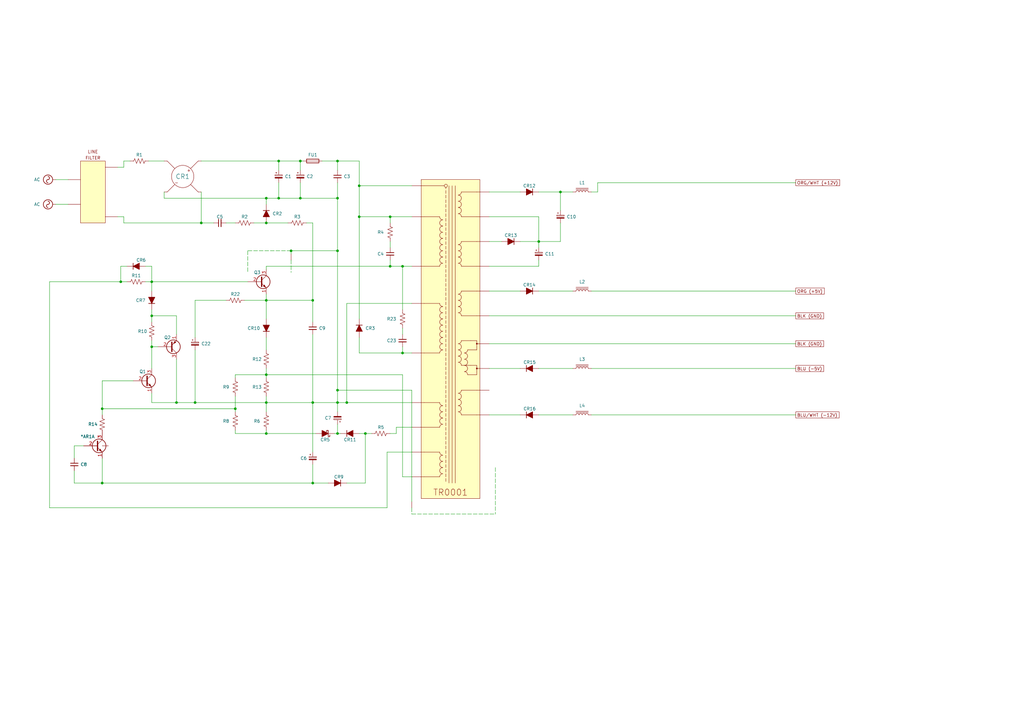
<source format=kicad_sch>
(kicad_sch (version 20211123) (generator eeschema)
  (paper "A3")
  (title_block (title "Apple II - Power Supply") (date "2022-07-11") (rev "ALL") (company "Apple Computers, Inc.") (comment 1 "Original schematic by Apple Computers") (comment 2 "https://github.com/omega9380/Retro-Schematics") (comment 3 "Replication by Omega9380 - July 2022") (comment 4 "Source: The Apple II Circuit Description by W. Gayler"))
  (lib_symbols
    (symbol "Apple II:AR1_Amplifier"
      (property "Reference" "AR" (at -3.81 3.81 0))
      (symbol "AR1_Amplifier_0_1"
        (polyline (pts (xy 2.54 0) (xy 0 0)))
      )
      (symbol "AR1_Amplifier_1_1"
        (circle (center -1.27 0) (radius 2.8194) (stroke (width 0.254)))
        (polyline (pts (xy -1.905 0.635) (xy 0 2.54)))
        (polyline (pts (xy -1.905 -0.635) (xy 0 -2.54) (xy 0 -2.54)))
        (polyline (pts (xy -1.905 1.905) (xy -1.905 -1.905) (xy -1.905 -1.905)) (stroke (width 0.508)))
        (polyline (pts (xy -1.27 -1.778) (xy -0.762 -1.27) (xy -0.254 -2.286) (xy -1.27 -1.778) (xy -1.27 -1.778)) (fill (type outline)))
        (pin passive line (at 0 -5.08 90) (length 2.54) (name "") (number "1"))
        (pin passive line (at -7.62 0 0) (length 5.715) (name "") (number "2"))
        (pin passive line (at 0 5.08 270) (length 2.54) (name "") (number "3"))
      )
      (symbol "AR1_Amplifier_2_1"
        (polyline (pts (xy 0 1.27) (xy 0 -1.27)) (stroke (width 0.254)))
        (polyline (pts (xy 2.54 1.27) (xy 2.54 -1.27) (xy 0 0) (xy 2.54 1.27)) (stroke (width 0.254)) (fill (type outline)))
        (pin passive line (at -2.54 0 0) (length 2.54) (name "") (number "1"))
        (pin passive line (at 5.08 0 180) (length 2.54) (name "") (number "2"))
      )
    )
    (symbol "Apple II:CR1_BRIDGE_RECTIFIER"
      (property "Reference" "CR" (at 0 0 0))
      (symbol "CR1_BRIDGE_RECTIFIER_0_0"
        (polyline (pts (xy -3.81 -3.81) (xy -6.35 -6.35)))
        (polyline (pts (xy -3.81 -3.81) (xy -3.302 -3.302)))
        (polyline (pts (xy -3.81 3.81) (xy -6.35 6.35)))
        (polyline (pts (xy -3.81 3.81) (xy -3.302 3.302)))
        (polyline (pts (xy 3.81 -3.81) (xy 3.302 -3.302)))
        (polyline (pts (xy 3.81 -3.81) (xy 6.35 -6.35)))
        (polyline (pts (xy 3.81 3.81) (xy 3.302 3.302)))
        (polyline (pts (xy 3.81 3.81) (xy 6.35 6.35)))
        (circle (center 0 0) (radius 4.5791))
        (text "+" (at 2.54 2.54 0) (effects (font (size 1.27 1.27))))
        (text "-" (at -2.54 -2.54 0) (effects (font (size 1.27 1.27))))
        (text "~" (at -2.54 2.54 0) (effects (font (size 1.27 1.27))))
        (text "~" (at 2.54 -2.54 0) (effects (font (size 1.27 1.27))))
      )
      (symbol "CR1_BRIDGE_RECTIFIER_1_1"
        (pin passive line (at -7.62 -6.35 0) (length 1.27) (name "") (number ""))
        (pin passive line (at -7.62 6.35 0) (length 1.27) (name "") (number ""))
        (pin passive line (at 7.62 -6.35 180) (length 1.27) (name "") (number ""))
        (pin passive line (at 7.62 6.35 180) (length 1.27) (name "") (number ""))
      )
    )
    (symbol "Apple II:LINE_FILTER"
      (symbol "LINE_FILTER_0_0"
        (rectangle (start 0 0) (end 10.16 -25.4) (fill (type background)))
        (text "FILTER" (at 5.08 1.27 0) (effects (font (size 1.27 1.27))))
        (text "LINE" (at 5.08 3.81 0) (effects (font (size 1.27 1.27))))
      )
      (symbol "LINE_FILTER_1_1"
        (pin passive line (at -5.08 -17.78 0) (length 5.08) (name "") (number ""))
        (pin passive line (at -5.08 -7.62 0) (length 5.08) (name "") (number ""))
        (pin passive line (at 15.24 -22.86 180) (length 5.08) (name "") (number ""))
        (pin passive line (at 15.24 -2.54 180) (length 5.08) (name "") (number ""))
      )
    )
    (symbol "Apple II:TR0001_TRANSFORMER"
      (symbol "TR0001_TRANSFORMER_0_0"
        (text "TR0001" (at 12.065 -128.27 0) (effects (font (size 2.54 2.54))))
      )
      (symbol "TR0001_TRANSFORMER_0_1"
        (polyline (pts (xy 7.62 -121.92) (xy 1.27 -121.92)))
        (polyline (pts (xy 7.62 -111.76) (xy 1.27 -111.76)))
        (polyline (pts (xy 7.62 -101.6) (xy 1.27 -101.6)))
        (polyline (pts (xy 7.62 -91.44) (xy 1.27 -91.44)))
        (polyline (pts (xy 7.62 -71.12) (xy 1.27 -71.12)))
        (polyline (pts (xy 7.62 -50.8) (xy 1.27 -50.8)))
        (polyline (pts (xy 7.62 -35.56) (xy 1.27 -35.56)))
        (polyline (pts (xy 7.62 -15.24) (xy 1.27 -15.24)))
        (polyline (pts (xy 9.525 -2.54) (xy 1.27 -2.54)))
        (polyline (pts (xy 10.16 -122.555) (xy 10.16 -123.825)))
        (polyline (pts (xy 10.16 -120.65) (xy 10.16 -121.92)))
        (polyline (pts (xy 10.16 -118.745) (xy 10.16 -120.015)))
        (polyline (pts (xy 10.16 -116.84) (xy 10.16 -118.11)))
        (polyline (pts (xy 10.16 -114.935) (xy 10.16 -116.205)))
        (polyline (pts (xy 10.16 -113.03) (xy 10.16 -114.3)))
        (polyline (pts (xy 10.16 -111.125) (xy 10.16 -112.395)))
        (polyline (pts (xy 10.16 -109.22) (xy 10.16 -110.49)))
        (polyline (pts (xy 10.16 -107.315) (xy 10.16 -108.585)))
        (polyline (pts (xy 10.16 -105.41) (xy 10.16 -106.68)))
        (polyline (pts (xy 10.16 -103.505) (xy 10.16 -104.775)))
        (polyline (pts (xy 10.16 -101.6) (xy 10.16 -102.87)))
        (polyline (pts (xy 10.16 -99.695) (xy 10.16 -100.965)))
        (polyline (pts (xy 10.16 -97.79) (xy 10.16 -99.06)))
        (polyline (pts (xy 10.16 -95.885) (xy 10.16 -97.155)))
        (polyline (pts (xy 10.16 -93.98) (xy 10.16 -95.25)))
        (polyline (pts (xy 10.16 -92.075) (xy 10.16 -93.345)))
        (polyline (pts (xy 10.16 -90.17) (xy 10.16 -91.44)))
        (polyline (pts (xy 10.16 -88.265) (xy 10.16 -89.535)))
        (polyline (pts (xy 10.16 -86.36) (xy 10.16 -87.63)))
        (polyline (pts (xy 10.16 -84.455) (xy 10.16 -85.725)))
        (polyline (pts (xy 10.16 -82.55) (xy 10.16 -83.82)))
        (polyline (pts (xy 10.16 -80.645) (xy 10.16 -81.915)))
        (polyline (pts (xy 10.16 -78.74) (xy 10.16 -80.01)))
        (polyline (pts (xy 10.16 -76.835) (xy 10.16 -78.105)))
        (polyline (pts (xy 10.16 -74.93) (xy 10.16 -76.2)))
        (polyline (pts (xy 10.16 -73.025) (xy 10.16 -74.295)))
        (polyline (pts (xy 10.16 -71.12) (xy 10.16 -72.39)))
        (polyline (pts (xy 10.16 -69.215) (xy 10.16 -70.485)))
        (polyline (pts (xy 10.16 -67.31) (xy 10.16 -68.58)))
        (polyline (pts (xy 10.16 -65.405) (xy 10.16 -66.675)))
        (polyline (pts (xy 10.16 -63.5) (xy 10.16 -64.77)))
        (polyline (pts (xy 10.16 -61.595) (xy 10.16 -62.865)))
        (polyline (pts (xy 10.16 -59.69) (xy 10.16 -60.96)))
        (polyline (pts (xy 10.16 -57.785) (xy 10.16 -59.055)))
        (polyline (pts (xy 10.16 -55.88) (xy 10.16 -57.15)))
        (polyline (pts (xy 10.16 -53.975) (xy 10.16 -55.245)))
        (polyline (pts (xy 10.16 -52.07) (xy 10.16 -53.34)))
        (polyline (pts (xy 10.16 -50.165) (xy 10.16 -51.435)))
        (polyline (pts (xy 10.16 -48.26) (xy 10.16 -49.53)))
        (polyline (pts (xy 10.16 -46.355) (xy 10.16 -47.625)))
        (polyline (pts (xy 10.16 -44.45) (xy 10.16 -45.72)))
        (polyline (pts (xy 10.16 -42.545) (xy 10.16 -43.815)))
        (polyline (pts (xy 10.16 -40.64) (xy 10.16 -41.91)))
        (polyline (pts (xy 10.16 -38.735) (xy 10.16 -40.005)))
        (polyline (pts (xy 10.16 -36.83) (xy 10.16 -38.1)))
        (polyline (pts (xy 10.16 -34.925) (xy 10.16 -36.195)))
        (polyline (pts (xy 10.16 -33.02) (xy 10.16 -34.29)))
        (polyline (pts (xy 10.16 -31.115) (xy 10.16 -32.385)))
        (polyline (pts (xy 10.16 -29.21) (xy 10.16 -30.48)))
        (polyline (pts (xy 10.16 -27.305) (xy 10.16 -28.575)))
        (polyline (pts (xy 10.16 -25.4) (xy 10.16 -26.67)))
        (polyline (pts (xy 10.16 -23.495) (xy 10.16 -24.765)))
        (polyline (pts (xy 10.16 -21.59) (xy 10.16 -22.86)))
        (polyline (pts (xy 10.16 -19.685) (xy 10.16 -20.955)))
        (polyline (pts (xy 10.16 -17.78) (xy 10.16 -19.05)))
        (polyline (pts (xy 10.16 -15.875) (xy 10.16 -17.145)))
        (polyline (pts (xy 10.16 -13.97) (xy 10.16 -15.24)))
        (polyline (pts (xy 10.16 -12.065) (xy 10.16 -13.335)))
        (polyline (pts (xy 10.16 -10.16) (xy 10.16 -11.43)))
        (polyline (pts (xy 10.16 -8.255) (xy 10.16 -9.525)))
        (polyline (pts (xy 10.16 -6.35) (xy 10.16 -7.62)))
        (polyline (pts (xy 10.16 -4.445) (xy 10.16 -5.715)))
        (polyline (pts (xy 10.16 -3.175) (xy 10.16 -3.81)))
        (polyline (pts (xy 11.43 -2.54) (xy 11.43 -124.46)))
        (polyline (pts (xy 12.7 -2.54) (xy 12.7 -124.46)))
        (polyline (pts (xy 13.97 -2.54) (xy 13.97 -124.46)))
        (polyline (pts (xy 16.51 -96.52) (xy 22.86 -96.52)))
        (polyline (pts (xy 16.51 -86.36) (xy 22.86 -86.36)))
        (polyline (pts (xy 16.51 -76.2) (xy 20.32 -76.2)))
        (polyline (pts (xy 16.51 -66.04) (xy 20.32 -66.04)))
        (polyline (pts (xy 16.51 -55.88) (xy 22.86 -55.88)))
        (polyline (pts (xy 16.51 -45.72) (xy 22.86 -45.72)))
        (polyline (pts (xy 16.51 -35.56) (xy 22.86 -35.56)))
        (polyline (pts (xy 16.51 -25.4) (xy 22.86 -25.4)))
        (polyline (pts (xy 16.51 -15.24) (xy 22.86 -15.24)))
        (polyline (pts (xy 16.51 -5.08) (xy 22.86 -5.08)))
        (polyline (pts (xy 19.05 -80.01) (xy 22.86 -80.01)))
        (polyline (pts (xy 19.05 -69.85) (xy 22.86 -69.85)))
        (polyline (pts (xy 20.32 -76.2) (xy 22.86 -76.2) (xy 22.86 -80.01)))
        (polyline (pts (xy 20.32 -66.04) (xy 22.86 -66.04) (xy 22.86 -69.85)))
        (rectangle (start 0 0) (end 24.13 -130.81) (fill (type background)))
        (arc (start 7.62 -119.38) (mid 6.722 -121.548) (end 8.89 -120.65))
        (arc (start 7.62 -116.84) (mid 6.722 -119.008) (end 8.89 -118.11))
        (arc (start 7.62 -114.3) (mid 6.722 -116.468) (end 8.89 -115.57))
        (arc (start 7.62 -111.76) (mid 6.722 -113.928) (end 8.89 -113.03))
        (arc (start 7.62 -99.06) (mid 6.722 -101.228) (end 8.89 -100.33))
        (arc (start 7.62 -96.52) (mid 6.722 -98.688) (end 8.89 -97.79))
        (arc (start 7.62 -93.98) (mid 6.722 -96.148) (end 8.89 -95.25))
        (arc (start 7.62 -91.44) (mid 6.722 -93.608) (end 8.89 -92.71))
        (arc (start 7.62 -68.58) (mid 6.722 -70.748) (end 8.89 -69.85))
        (arc (start 7.62 -66.04) (mid 6.722 -68.208) (end 8.89 -67.31))
        (arc (start 7.62 -63.5) (mid 6.722 -65.668) (end 8.89 -64.77))
        (arc (start 7.62 -60.96) (mid 6.722 -63.128) (end 8.89 -62.23))
        (arc (start 7.62 -58.42) (mid 6.722 -60.588) (end 8.89 -59.69))
        (arc (start 7.62 -55.88) (mid 6.722 -58.048) (end 8.89 -57.15))
        (arc (start 7.62 -53.34) (mid 6.722 -55.508) (end 8.89 -54.61))
        (arc (start 7.62 -50.8) (mid 6.722 -52.968) (end 8.89 -52.07))
        (arc (start 7.62 -33.02) (mid 6.722 -35.188) (end 8.89 -34.29))
        (arc (start 7.62 -30.48) (mid 6.722 -32.648) (end 8.89 -31.75))
        (arc (start 7.62 -27.94) (mid 6.722 -30.108) (end 8.89 -29.21))
        (arc (start 7.62 -25.4) (mid 6.722 -27.568) (end 8.89 -26.67))
        (arc (start 7.62 -22.86) (mid 6.722 -25.028) (end 8.89 -24.13))
        (arc (start 7.62 -20.32) (mid 6.722 -22.488) (end 8.89 -21.59))
        (arc (start 7.62 -17.78) (mid 6.722 -19.948) (end 8.89 -19.05))
        (arc (start 7.62 -15.24) (mid 6.722 -17.408) (end 8.89 -16.51))
        (arc (start 8.89 -120.65) (mid 6.722 -119.752) (end 7.62 -121.92))
        (arc (start 8.89 -118.11) (mid 6.722 -117.212) (end 7.62 -119.38))
        (arc (start 8.89 -115.57) (mid 6.722 -114.672) (end 7.62 -116.84))
        (arc (start 8.89 -113.03) (mid 6.722 -112.132) (end 7.62 -114.3))
        (arc (start 8.89 -100.33) (mid 6.722 -99.432) (end 7.62 -101.6))
        (arc (start 8.89 -97.79) (mid 6.722 -96.892) (end 7.62 -99.06))
        (arc (start 8.89 -95.25) (mid 6.722 -94.352) (end 7.62 -96.52))
        (arc (start 8.89 -92.71) (mid 6.722 -91.812) (end 7.62 -93.98))
        (arc (start 8.89 -69.85) (mid 6.722 -68.952) (end 7.62 -71.12))
        (arc (start 8.89 -67.31) (mid 6.722 -66.412) (end 7.62 -68.58))
        (arc (start 8.89 -64.77) (mid 6.722 -63.872) (end 7.62 -66.04))
        (arc (start 8.89 -62.23) (mid 6.722 -61.332) (end 7.62 -63.5))
        (arc (start 8.89 -59.69) (mid 6.722 -58.792) (end 7.62 -60.96))
        (arc (start 8.89 -57.15) (mid 6.722 -56.252) (end 7.62 -58.42))
        (arc (start 8.89 -54.61) (mid 6.722 -53.712) (end 7.62 -55.88))
        (arc (start 8.89 -52.07) (mid 6.722 -51.172) (end 7.62 -53.34))
        (arc (start 8.89 -34.29) (mid 6.722 -33.392) (end 7.62 -35.56))
        (arc (start 8.89 -31.75) (mid 6.722 -30.852) (end 7.62 -33.02))
        (arc (start 8.89 -29.21) (mid 6.722 -28.312) (end 7.62 -30.48))
        (arc (start 8.89 -26.67) (mid 6.722 -25.772) (end 7.62 -27.94))
        (arc (start 8.89 -24.13) (mid 6.722 -23.232) (end 7.62 -25.4))
        (arc (start 8.89 -21.59) (mid 6.722 -20.692) (end 7.62 -22.86))
        (arc (start 8.89 -19.05) (mid 6.722 -18.152) (end 7.62 -20.32))
        (arc (start 8.89 -16.51) (mid 6.722 -15.612) (end 7.62 -17.78))
        (circle (center 10.16 -2.54) (radius 0.635))
        (arc (start 15.24 -95.25) (mid 17.408 -96.148) (end 16.51 -93.98))
        (arc (start 15.24 -92.71) (mid 17.408 -93.608) (end 16.51 -91.44))
        (arc (start 15.24 -90.17) (mid 17.408 -91.068) (end 16.51 -88.9))
        (arc (start 15.24 -87.63) (mid 17.408 -88.528) (end 16.51 -86.36))
        (arc (start 15.24 -74.93) (mid 17.408 -75.828) (end 16.51 -73.66))
        (arc (start 15.24 -72.39) (mid 17.408 -73.288) (end 16.51 -71.12))
        (arc (start 15.24 -69.85) (mid 17.408 -70.748) (end 16.51 -68.58))
        (arc (start 15.24 -67.31) (mid 17.408 -68.208) (end 16.51 -66.04))
        (arc (start 15.24 -54.61) (mid 17.408 -55.508) (end 16.51 -53.34))
        (arc (start 15.24 -52.07) (mid 17.408 -52.968) (end 16.51 -50.8))
        (arc (start 15.24 -49.53) (mid 17.408 -50.428) (end 16.51 -48.26))
        (arc (start 15.24 -46.99) (mid 17.408 -47.888) (end 16.51 -45.72))
        (arc (start 15.24 -34.29) (mid 17.408 -35.188) (end 16.51 -33.02))
        (arc (start 15.24 -31.75) (mid 17.408 -32.648) (end 16.51 -30.48))
        (arc (start 15.24 -29.21) (mid 17.408 -30.108) (end 16.51 -27.94))
        (arc (start 15.24 -26.67) (mid 17.408 -27.568) (end 16.51 -25.4))
        (arc (start 15.24 -13.97) (mid 17.408 -14.868) (end 16.51 -12.7))
        (arc (start 15.24 -11.43) (mid 17.408 -12.328) (end 16.51 -10.16))
        (arc (start 15.24 -8.89) (mid 17.408 -9.788) (end 16.51 -7.62))
        (arc (start 15.24 -6.35) (mid 17.408 -7.248) (end 16.51 -5.08))
        (arc (start 16.51 -96.52) (mid 17.408 -94.352) (end 15.24 -95.25))
        (arc (start 16.51 -93.98) (mid 17.408 -91.812) (end 15.24 -92.71))
        (arc (start 16.51 -91.44) (mid 17.408 -89.272) (end 15.24 -90.17))
        (arc (start 16.51 -88.9) (mid 17.408 -86.732) (end 15.24 -87.63))
        (arc (start 16.51 -76.2) (mid 17.408 -74.032) (end 15.24 -74.93))
        (arc (start 16.51 -73.66) (mid 17.408 -71.492) (end 15.24 -72.39))
        (arc (start 16.51 -71.12) (mid 17.408 -68.952) (end 15.24 -69.85))
        (arc (start 16.51 -68.58) (mid 17.408 -66.412) (end 15.24 -67.31))
        (arc (start 16.51 -55.88) (mid 17.408 -53.712) (end 15.24 -54.61))
        (arc (start 16.51 -53.34) (mid 17.408 -51.172) (end 15.24 -52.07))
        (arc (start 16.51 -50.8) (mid 17.408 -48.632) (end 15.24 -49.53))
        (arc (start 16.51 -48.26) (mid 17.408 -46.092) (end 15.24 -46.99))
        (arc (start 16.51 -35.56) (mid 17.408 -33.392) (end 15.24 -34.29))
        (arc (start 16.51 -33.02) (mid 17.408 -30.852) (end 15.24 -31.75))
        (arc (start 16.51 -30.48) (mid 17.408 -28.312) (end 15.24 -29.21))
        (arc (start 16.51 -27.94) (mid 17.408 -25.772) (end 15.24 -26.67))
        (arc (start 16.51 -15.24) (mid 17.408 -13.072) (end 15.24 -13.97))
        (arc (start 16.51 -12.7) (mid 17.408 -10.532) (end 15.24 -11.43))
        (arc (start 16.51 -10.16) (mid 17.408 -7.992) (end 15.24 -8.89))
        (arc (start 16.51 -7.62) (mid 17.408 -5.452) (end 15.24 -6.35))
        (arc (start 17.78 -78.74) (mid 19.948 -79.638) (end 19.05 -77.47))
        (arc (start 17.78 -76.2) (mid 19.948 -77.098) (end 19.05 -74.93))
        (arc (start 17.78 -73.66) (mid 19.948 -74.558) (end 19.05 -72.39))
        (arc (start 17.78 -71.12) (mid 19.948 -72.018) (end 19.05 -69.85))
        (arc (start 19.05 -80.01) (mid 19.948 -77.842) (end 17.78 -78.74))
        (arc (start 19.05 -77.47) (mid 19.948 -75.302) (end 17.78 -76.2))
        (arc (start 19.05 -74.93) (mid 19.948 -72.762) (end 17.78 -73.66))
        (arc (start 19.05 -72.39) (mid 19.948 -70.222) (end 17.78 -71.12))
        (circle (center 22.86 -77.47) (radius 0.254) (fill (type outline)))
        (circle (center 22.86 -67.31) (radius 0.254) (fill (type outline)))
      )
      (symbol "TR0001_TRANSFORMER_1_1"
        (pin passive line (at -3.81 -121.92 0) (length 5.08) (name "") (number ""))
        (pin passive line (at -3.81 -111.76 0) (length 5.08) (name "") (number ""))
        (pin passive line (at -3.81 -101.6 0) (length 5.08) (name "") (number ""))
        (pin passive line (at -3.81 -91.44 0) (length 5.08) (name "") (number ""))
        (pin passive line (at -3.81 -71.12 0) (length 5.08) (name "") (number ""))
        (pin passive line (at -3.81 -50.8 0) (length 5.08) (name "") (number ""))
        (pin passive line (at -3.81 -35.56 0) (length 5.08) (name "") (number ""))
        (pin passive line (at -3.81 -15.24 0) (length 5.08) (name "") (number ""))
        (pin passive line (at -3.81 -2.54 0) (length 5.08) (name "") (number ""))
        (pin passive line (at 27.94 -96.52 180) (length 5.08) (name "") (number ""))
        (pin passive line (at 27.94 -86.36 180) (length 5.08) (name "") (number ""))
        (pin passive line (at 27.94 -77.47 180) (length 5.08) (name "") (number ""))
        (pin passive line (at 27.94 -67.31 180) (length 5.08) (name "") (number ""))
        (pin passive line (at 27.94 -55.88 180) (length 5.08) (name "") (number ""))
        (pin passive line (at 27.94 -45.72 180) (length 5.08) (name "") (number ""))
        (pin passive line (at 27.94 -35.56 180) (length 5.08) (name "") (number ""))
        (pin passive line (at 27.94 -25.4 180) (length 5.08) (name "") (number ""))
        (pin passive line (at 27.94 -15.24 180) (length 5.08) (name "") (number ""))
        (pin passive line (at 27.94 -5.08 180) (length 5.08) (name "") (number ""))
      )
    )
    (symbol "Apple II:Wierd_Transformer_Connection"
      (symbol "Wierd_Transformer_Connection_1_1"
        (pin passive line (at 0 2.54 270) (length 2.54) (name "") (number ""))
      )
    )
    (symbol "Device:C_Polarized_Small" (pin_numbers hide) (pin_names (offset 0.254) hide)
      (property "Reference" "C" (at 0.254 1.778 0))
      (property "Value" "C_Polarized_Small" (at 0.254 -2.032 0))
      (symbol "C_Polarized_Small_0_1"
        (rectangle (start -1.524 -0.3048) (end 1.524 -0.6858) (fill (type outline)))
        (rectangle (start -1.524 0.6858) (end 1.524 0.3048))
        (polyline (pts (xy -1.27 1.524) (xy -0.762 1.524)))
        (polyline (pts (xy -1.016 1.27) (xy -1.016 1.778)))
      )
      (symbol "C_Polarized_Small_1_1"
        (pin passive line (at 0 2.54 270) (length 1.8542) (name "~") (number "1"))
        (pin passive line (at 0 -2.54 90) (length 1.8542) (name "~") (number "2"))
      )
    )
    (symbol "Device:C_Small" (pin_numbers hide) (pin_names (offset 0.254) hide)
      (property "Reference" "C" (at 0.254 1.778 0))
      (property "Value" "C_Small" (at 0.254 -2.032 0))
      (symbol "C_Small_0_1"
        (polyline (pts (xy -1.524 -0.508) (xy 1.524 -0.508)) (stroke (width 0.3302)))
        (polyline (pts (xy -1.524 0.508) (xy 1.524 0.508)) (stroke (width 0.3048)))
      )
      (symbol "C_Small_1_1"
        (pin passive line (at 0 2.54 270) (length 2.032) (name "~") (number "1"))
        (pin passive line (at 0 -2.54 90) (length 2.032) (name "~") (number "2"))
      )
    )
    (symbol "Device:D_Filled" (pin_numbers hide) (pin_names (offset 1.016) hide)
      (property "Reference" "D" (at 0 2.54 0))
      (property "Value" "D_Filled" (at 0 -2.54 0))
      (symbol "D_Filled_0_1"
        (polyline (pts (xy -1.27 1.27) (xy -1.27 -1.27)) (stroke (width 0.254)))
        (polyline (pts (xy 1.27 0) (xy -1.27 0)))
        (polyline (pts (xy 1.27 1.27) (xy 1.27 -1.27) (xy -1.27 0) (xy 1.27 1.27)) (stroke (width 0.254)) (fill (type outline)))
      )
      (symbol "D_Filled_1_1"
        (pin passive line (at -3.81 0 0) (length 2.54) (name "K") (number "1"))
        (pin passive line (at 3.81 0 180) (length 2.54) (name "A") (number "2"))
      )
    )
    (symbol "Device:D_Schottky_Filled" (pin_numbers hide) (pin_names (offset 1.016) hide)
      (property "Reference" "D" (at 0 2.54 0))
      (property "Value" "D_Schottky_Filled" (at 0 -2.54 0))
      (symbol "D_Schottky_Filled_0_1"
        (polyline (pts (xy 1.27 0) (xy -1.27 0)))
        (polyline (pts (xy 1.27 1.27) (xy 1.27 -1.27) (xy -1.27 0) (xy 1.27 1.27)) (stroke (width 0.254)) (fill (type outline)))
        (polyline (pts (xy -1.905 0.635) (xy -1.905 1.27) (xy -1.27 1.27) (xy -1.27 -1.27) (xy -0.635 -1.27) (xy -0.635 -0.635)) (stroke (width 0.254)))
      )
      (symbol "D_Schottky_Filled_1_1"
        (pin passive line (at -3.81 0 0) (length 2.54) (name "K") (number "1"))
        (pin passive line (at 3.81 0 180) (length 2.54) (name "A") (number "2"))
      )
    )
    (symbol "Device:Fuse" (pin_numbers hide) (pin_names (offset 0))
      (property "Reference" "F" (at 2.032 0 90))
      (property "Value" "Fuse" (at -1.905 0 90))
      (symbol "Fuse_0_1"
        (rectangle (start -0.762 -2.54) (end 0.762 2.54) (stroke (width 0.254)))
        (polyline (pts (xy 0 2.54) (xy 0 -2.54)))
      )
      (symbol "Fuse_1_1"
        (pin passive line (at 0 3.81 270) (length 1.27) (name "~") (number "1"))
        (pin passive line (at 0 -3.81 90) (length 1.27) (name "~") (number "2"))
      )
    )
    (symbol "Device:L_Iron" (pin_numbers hide) (pin_names (offset 1.016) hide)
      (property "Reference" "L" (at -1.27 0 90))
      (property "Value" "L_Iron" (at 2.794 0 90))
      (symbol "L_Iron_0_1"
        (arc (start 0 -2.54) (mid 0.635 -1.905) (end 0 -1.27))
        (arc (start 0 -1.27) (mid 0.635 -0.635) (end 0 0))
        (polyline (pts (xy 1.016 2.54) (xy 1.016 -2.54)))
        (polyline (pts (xy 1.524 -2.54) (xy 1.524 2.54)))
        (arc (start 0 0) (mid 0.635 0.635) (end 0 1.27))
        (arc (start 0 1.27) (mid 0.635 1.905) (end 0 2.54))
      )
      (symbol "L_Iron_1_1"
        (pin passive line (at 0 3.81 270) (length 1.27) (name "1") (number "1"))
        (pin passive line (at 0 -3.81 90) (length 1.27) (name "2") (number "2"))
      )
    )
    (symbol "Device:R_US" (pin_numbers hide) (pin_names (offset 0))
      (property "Reference" "R" (at 2.54 0 90))
      (property "Value" "R_US" (at -2.54 0 90))
      (symbol "R_US_0_1"
        (polyline (pts (xy 0 -2.286) (xy 0 -2.54)))
        (polyline (pts (xy 0 2.286) (xy 0 2.54)))
        (polyline (pts (xy 0 -0.762) (xy 1.016 -1.143) (xy 0 -1.524) (xy -1.016 -1.905) (xy 0 -2.286)))
        (polyline (pts (xy 0 0.762) (xy 1.016 0.381) (xy 0 0) (xy -1.016 -0.381) (xy 0 -0.762)))
        (polyline (pts (xy 0 2.286) (xy 1.016 1.905) (xy 0 1.524) (xy -1.016 1.143) (xy 0 0.762)))
      )
      (symbol "R_US_1_1"
        (pin passive line (at 0 3.81 270) (length 1.27) (name "~") (number "1"))
        (pin passive line (at 0 -3.81 90) (length 1.27) (name "~") (number "2"))
      )
    )
    (symbol "Transistor_BJT:2N2219" (pin_names (offset 0) hide)
      (property "Reference" "Q" (at 5.08 1.905 0))
      (property "Value" "2N2219" (at 5.08 0 0))
      (symbol "2N2219_0_1"
        (polyline (pts (xy 0.635 0.635) (xy 2.54 2.54)))
        (polyline (pts (xy 0.635 -0.635) (xy 2.54 -2.54) (xy 2.54 -2.54)))
        (polyline (pts (xy 0.635 1.905) (xy 0.635 -1.905) (xy 0.635 -1.905)) (stroke (width 0.508)))
        (polyline (pts (xy 1.27 -1.778) (xy 1.778 -1.27) (xy 2.286 -2.286) (xy 1.27 -1.778) (xy 1.27 -1.778)) (fill (type outline)))
        (circle (center 1.27 0) (radius 2.8194) (stroke (width 0.254)))
      )
      (symbol "2N2219_1_1"
        (pin passive line (at 2.54 -5.08 90) (length 2.54) (name "E") (number "1"))
        (pin passive line (at -5.08 0 0) (length 5.715) (name "B") (number "2"))
        (pin passive line (at 2.54 5.08 270) (length 2.54) (name "C") (number "3"))
      )
    )
    (symbol "Transistor_BJT:2N3906" (pin_names (offset 0) hide)
      (property "Reference" "Q" (at 5.08 1.905 0))
      (property "Value" "2N3906" (at 5.08 0 0))
      (symbol "2N3906_0_1"
        (polyline (pts (xy 0.635 0.635) (xy 2.54 2.54)))
        (polyline (pts (xy 0.635 -0.635) (xy 2.54 -2.54) (xy 2.54 -2.54)))
        (polyline (pts (xy 0.635 1.905) (xy 0.635 -1.905) (xy 0.635 -1.905)) (stroke (width 0.508)))
        (polyline (pts (xy 2.286 -1.778) (xy 1.778 -2.286) (xy 1.27 -1.27) (xy 2.286 -1.778) (xy 2.286 -1.778)) (fill (type outline)))
        (circle (center 1.27 0) (radius 2.8194) (stroke (width 0.254)))
      )
      (symbol "2N3906_1_1"
        (pin passive line (at 2.54 -5.08 90) (length 2.54) (name "E") (number "1"))
        (pin input line (at -5.08 0 0) (length 5.715) (name "B") (number "2"))
        (pin passive line (at 2.54 5.08 270) (length 2.54) (name "C") (number "3"))
      )
    )
    (symbol "power:AC" (power) (pin_names (offset 0))
      (property "Value" "AC" (at 0 6.35 0))
      (symbol "AC_0_1"
        (polyline (pts (xy 0 0) (xy 0 1.27)))
        (arc (start 0 3.175) (mid -0.635 3.81) (end -1.27 3.175) (stroke (width 0.254)))
        (arc (start 0 3.175) (mid 0.635 2.54) (end 1.27 3.175) (stroke (width 0.254)))
        (circle (center 0 3.175) (radius 1.905) (stroke (width 0.254)))
      )
      (symbol "AC_1_1"
        (pin power_in line (at 0 0 90) (length 0) hide (name "AC") (number "1"))
      )
    )
  )
  (junction (at 119.38 102.87))
  (junction (at 62.23 142.24))
  (junction (at 72.39 165.1))
  (junction (at 138.43 102.87))
  (junction (at 147.32 88.9))
  (junction (at 128.27 123.19))
  (junction (at 160.02 109.22))
  (junction (at 96.52 167.64))
  (junction (at 123.19 66.04))
  (junction (at 138.43 81.28))
  (junction (at 160.02 88.9))
  (junction (at 109.22 81.28))
  (junction (at 62.23 115.57))
  (junction (at 165.1 144.78))
  (junction (at 114.3 66.04))
  (junction (at 128.27 198.12))
  (junction (at 41.91 198.12))
  (junction (at 109.22 123.19))
  (junction (at 138.43 160.02))
  (junction (at 165.1 109.22))
  (junction (at 80.01 165.1))
  (junction (at 109.22 177.8))
  (junction (at 62.23 129.54))
  (junction (at 109.22 153.67))
  (junction (at 149.86 177.8))
  (junction (at 229.87 78.74))
  (junction (at 138.43 177.8))
  (junction (at 138.43 66.04))
  (junction (at 142.24 165.1))
  (junction (at 109.22 165.1))
  (junction (at 220.98 99.06))
  (junction (at 82.55 91.44))
  (junction (at 41.91 167.64))
  (junction (at 147.32 76.2))
  (junction (at 109.22 91.44))
  (junction (at 123.19 81.28))
  (junction (at 114.3 81.28))
  (junction (at 49.53 115.57))
  (junction (at 138.43 165.1))
  (junction (at 128.27 165.1))
  (wire (pts (xy 50.8 66.04) (xy 53.34 66.04)))
  (wire (pts (xy 62.23 127) (xy 62.23 129.54)))
  (wire (pts (xy 109.22 109.22) (xy 109.22 110.49)))
  (wire (pts (xy 119.38 106.68) (xy 119.38 111.76)) (stroke (width 0) (type dash)))
  (wire (pts (xy 41.91 167.64) (xy 41.91 170.18)))
  (wire (pts (xy 123.19 66.04) (xy 124.46 66.04)))
  (wire (pts (xy 114.3 74.93) (xy 114.3 81.28)))
  (wire (pts (xy 165.1 144.78) (xy 165.1 142.24)))
  (wire (pts (xy 109.22 83.82) (xy 109.22 81.28)))
  (wire (pts (xy 109.22 177.8) (xy 129.54 177.8)))
  (wire (pts (xy 96.52 162.56) (xy 96.52 167.64)))
  (wire (pts (xy 52.07 115.57) (xy 49.53 115.57)))
  (wire (pts (xy 62.23 161.29) (xy 62.23 165.1)))
  (wire (pts (xy 138.43 102.87) (xy 138.43 160.02)))
  (wire (pts (xy 147.32 76.2) (xy 147.32 66.04)))
  (wire (pts (xy 119.38 104.14) (xy 119.38 102.87)))
  (wire (pts (xy 109.22 177.8) (xy 109.22 176.53)))
  (wire (pts (xy 158.75 208.28) (xy 158.75 185.42)))
  (wire (pts (xy 50.8 68.58) (xy 48.26 68.58)))
  (wire (pts (xy 200.66 109.22) (xy 220.98 109.22)))
  (wire (pts (xy 41.91 198.12) (xy 128.27 198.12)))
  (wire (pts (xy 114.3 69.85) (xy 114.3 66.04)))
  (wire (pts (xy 149.86 198.12) (xy 149.86 177.8)))
  (wire (pts (xy 62.23 139.7) (xy 62.23 142.24)))
  (wire (pts (xy 128.27 91.44) (xy 128.27 123.19)))
  (wire (pts (xy 142.24 124.46) (xy 142.24 165.1)))
  (wire (pts (xy 138.43 160.02) (xy 168.91 160.02)))
  (wire (pts (xy 109.22 91.44) (xy 118.11 91.44)))
  (wire (pts (xy 109.22 168.91) (xy 109.22 165.1)))
  (wire (pts (xy 50.8 88.9) (xy 48.26 88.9)))
  (wire (pts (xy 138.43 177.8) (xy 139.7 177.8)))
  (wire (pts (xy 62.23 115.57) (xy 59.69 115.57)))
  (wire (pts (xy 123.19 81.28) (xy 138.43 81.28)))
  (wire (pts (xy 41.91 187.96) (xy 41.91 198.12)))
  (wire (pts (xy 149.86 177.8) (xy 152.4 177.8)))
  (wire (pts (xy 147.32 76.2) (xy 147.32 88.9)))
  (wire (pts (xy 101.6 102.87) (xy 101.6 111.76)) (stroke (width 0) (type dash)))
  (wire (pts (xy 326.39 119.38) (xy 242.57 119.38)))
  (wire (pts (xy 132.08 66.04) (xy 138.43 66.04)))
  (wire (pts (xy 162.56 175.26) (xy 168.91 175.26)))
  (wire (pts (xy 220.98 99.06) (xy 220.98 101.6)))
  (wire (pts (xy 119.38 102.87) (xy 138.43 102.87)))
  (wire (pts (xy 52.07 109.22) (xy 49.53 109.22)))
  (wire (pts (xy 138.43 165.1) (xy 142.24 165.1)))
  (wire (pts (xy 125.73 91.44) (xy 128.27 91.44)))
  (wire (pts (xy 22.86 83.82) (xy 27.94 83.82)))
  (wire (pts (xy 160.02 88.9) (xy 168.91 88.9)))
  (wire (pts (xy 234.95 151.13) (xy 220.98 151.13)))
  (wire (pts (xy 72.39 165.1) (xy 80.01 165.1)))
  (wire (pts (xy 165.1 144.78) (xy 168.91 144.78)))
  (wire (pts (xy 128.27 165.1) (xy 128.27 185.42)))
  (wire (pts (xy 54.61 156.21) (xy 41.91 156.21)))
  (wire (pts (xy 82.55 66.04) (xy 114.3 66.04)))
  (wire (pts (xy 62.23 115.57) (xy 62.23 119.38)))
  (wire (pts (xy 128.27 137.16) (xy 128.27 165.1)))
  (wire (pts (xy 92.71 123.19) (xy 80.01 123.19)))
  (wire (pts (xy 30.48 182.88) (xy 30.48 187.96)))
  (wire (pts (xy 168.91 76.2) (xy 147.32 76.2)))
  (wire (pts (xy 128.27 198.12) (xy 134.62 198.12)))
  (wire (pts (xy 234.95 170.18) (xy 220.98 170.18)))
  (wire (pts (xy 326.39 140.97) (xy 200.66 140.97)))
  (wire (pts (xy 59.69 109.22) (xy 62.23 109.22)))
  (wire (pts (xy 50.8 66.04) (xy 50.8 68.58)))
  (wire (pts (xy 114.3 81.28) (xy 123.19 81.28)))
  (wire (pts (xy 114.3 66.04) (xy 123.19 66.04)))
  (wire (pts (xy 203.2 191.77) (xy 203.2 210.82)) (stroke (width 0) (type dash)))
  (wire (pts (xy 234.95 78.74) (xy 229.87 78.74)))
  (wire (pts (xy 326.39 151.13) (xy 242.57 151.13)))
  (wire (pts (xy 20.32 208.28) (xy 158.75 208.28)))
  (wire (pts (xy 160.02 101.6) (xy 160.02 99.06)))
  (wire (pts (xy 160.02 91.44) (xy 160.02 88.9)))
  (wire (pts (xy 101.6 115.57) (xy 62.23 115.57)))
  (wire (pts (xy 168.91 210.82) (xy 203.2 210.82)) (stroke (width 0) (type dash)))
  (wire (pts (xy 147.32 88.9) (xy 160.02 88.9)))
  (wire (pts (xy 109.22 153.67) (xy 96.52 153.67)))
  (wire (pts (xy 142.24 165.1) (xy 168.91 165.1)))
  (wire (pts (xy 96.52 177.8) (xy 109.22 177.8)))
  (wire (pts (xy 82.55 91.44) (xy 50.8 91.44)))
  (wire (pts (xy 138.43 165.1) (xy 138.43 168.91)))
  (wire (pts (xy 34.29 182.88) (xy 30.48 182.88)))
  (wire (pts (xy 80.01 123.19) (xy 80.01 138.43)))
  (wire (pts (xy 109.22 81.28) (xy 114.3 81.28)))
  (wire (pts (xy 138.43 66.04) (xy 138.43 69.85)))
  (wire (pts (xy 165.1 137.16) (xy 165.1 134.62)))
  (wire (pts (xy 96.52 176.53) (xy 96.52 177.8)))
  (wire (pts (xy 49.53 115.57) (xy 20.32 115.57)))
  (wire (pts (xy 109.22 130.81) (xy 109.22 123.19)))
  (wire (pts (xy 41.91 156.21) (xy 41.91 167.64)))
  (wire (pts (xy 128.27 165.1) (xy 138.43 165.1)))
  (wire (pts (xy 109.22 123.19) (xy 109.22 120.65)))
  (wire (pts (xy 128.27 123.19) (xy 109.22 123.19)))
  (wire (pts (xy 30.48 193.04) (xy 30.48 198.12)))
  (wire (pts (xy 168.91 109.22) (xy 165.1 109.22)))
  (wire (pts (xy 96.52 167.64) (xy 96.52 168.91)))
  (wire (pts (xy 147.32 144.78) (xy 165.1 144.78)))
  (wire (pts (xy 326.39 129.54) (xy 200.66 129.54)))
  (wire (pts (xy 109.22 165.1) (xy 128.27 165.1)))
  (wire (pts (xy 142.24 124.46) (xy 168.91 124.46)))
  (wire (pts (xy 138.43 173.99) (xy 138.43 177.8)))
  (wire (pts (xy 326.39 74.93) (xy 245.11 74.93)))
  (wire (pts (xy 119.38 102.87) (xy 101.6 102.87)) (stroke (width 0) (type dash)))
  (wire (pts (xy 100.33 123.19) (xy 109.22 123.19)))
  (wire (pts (xy 62.23 165.1) (xy 72.39 165.1)))
  (wire (pts (xy 234.95 119.38) (xy 220.98 119.38)))
  (wire (pts (xy 123.19 74.93) (xy 123.19 81.28)))
  (wire (pts (xy 160.02 177.8) (xy 162.56 177.8)))
  (wire (pts (xy 220.98 99.06) (xy 229.87 99.06)))
  (wire (pts (xy 147.32 66.04) (xy 138.43 66.04)))
  (wire (pts (xy 165.1 195.58) (xy 168.91 195.58)))
  (wire (pts (xy 245.11 78.74) (xy 242.57 78.74)))
  (wire (pts (xy 123.19 66.04) (xy 123.19 69.85)))
  (wire (pts (xy 62.23 129.54) (xy 62.23 132.08)))
  (wire (pts (xy 30.48 198.12) (xy 41.91 198.12)))
  (wire (pts (xy 245.11 74.93) (xy 245.11 78.74)))
  (wire (pts (xy 20.32 115.57) (xy 20.32 208.28)))
  (wire (pts (xy 168.91 208.28) (xy 168.91 210.82)) (stroke (width 0) (type dash)))
  (wire (pts (xy 82.55 91.44) (xy 87.63 91.44)))
  (wire (pts (xy 109.22 165.1) (xy 109.22 162.56)))
  (wire (pts (xy 49.53 109.22) (xy 49.53 115.57)))
  (wire (pts (xy 147.32 88.9) (xy 147.32 130.81)))
  (wire (pts (xy 80.01 165.1) (xy 109.22 165.1)))
  (wire (pts (xy 96.52 153.67) (xy 96.52 154.94)))
  (wire (pts (xy 213.36 170.18) (xy 200.66 170.18)))
  (wire (pts (xy 229.87 86.36) (xy 229.87 78.74)))
  (wire (pts (xy 62.23 129.54) (xy 72.39 129.54)))
  (wire (pts (xy 213.36 151.13) (xy 200.66 151.13)))
  (wire (pts (xy 205.74 99.06) (xy 200.66 99.06)))
  (wire (pts (xy 62.23 142.24) (xy 64.77 142.24)))
  (wire (pts (xy 326.39 170.18) (xy 242.57 170.18)))
  (wire (pts (xy 213.36 99.06) (xy 220.98 99.06)))
  (wire (pts (xy 109.22 153.67) (xy 109.22 151.13)))
  (wire (pts (xy 220.98 78.74) (xy 229.87 78.74)))
  (wire (pts (xy 147.32 138.43) (xy 147.32 144.78)))
  (wire (pts (xy 220.98 109.22) (xy 220.98 106.68)))
  (wire (pts (xy 67.31 78.74) (xy 67.31 81.28)))
  (wire (pts (xy 165.1 109.22) (xy 165.1 127)))
  (wire (pts (xy 213.36 78.74) (xy 200.66 78.74)))
  (wire (pts (xy 72.39 129.54) (xy 72.39 137.16)))
  (wire (pts (xy 41.91 167.64) (xy 96.52 167.64)))
  (wire (pts (xy 165.1 109.22) (xy 160.02 109.22)))
  (wire (pts (xy 109.22 153.67) (xy 165.1 153.67)))
  (wire (pts (xy 142.24 198.12) (xy 149.86 198.12)))
  (wire (pts (xy 67.31 81.28) (xy 109.22 81.28)))
  (wire (pts (xy 147.32 177.8) (xy 149.86 177.8)))
  (wire (pts (xy 62.23 142.24) (xy 62.23 151.13)))
  (wire (pts (xy 104.14 91.44) (xy 109.22 91.44)))
  (wire (pts (xy 22.86 73.66) (xy 27.94 73.66)))
  (wire (pts (xy 60.96 66.04) (xy 67.31 66.04)))
  (wire (pts (xy 200.66 88.9) (xy 220.98 88.9)))
  (wire (pts (xy 138.43 74.93) (xy 138.43 81.28)))
  (wire (pts (xy 220.98 88.9) (xy 220.98 99.06)))
  (wire (pts (xy 138.43 160.02) (xy 138.43 165.1)))
  (wire (pts (xy 92.71 91.44) (xy 96.52 91.44)))
  (wire (pts (xy 158.75 185.42) (xy 168.91 185.42)))
  (wire (pts (xy 137.16 177.8) (xy 138.43 177.8)))
  (wire (pts (xy 72.39 147.32) (xy 72.39 165.1)))
  (wire (pts (xy 213.36 119.38) (xy 200.66 119.38)))
  (wire (pts (xy 62.23 109.22) (xy 62.23 115.57)))
  (wire (pts (xy 138.43 81.28) (xy 138.43 102.87)))
  (wire (pts (xy 109.22 143.51) (xy 109.22 138.43)))
  (wire (pts (xy 162.56 177.8) (xy 162.56 175.26)))
  (wire (pts (xy 82.55 78.74) (xy 82.55 91.44)))
  (wire (pts (xy 50.8 91.44) (xy 50.8 88.9)))
  (wire (pts (xy 128.27 123.19) (xy 128.27 132.08)))
  (wire (pts (xy 109.22 154.94) (xy 109.22 153.67)))
  (wire (pts (xy 80.01 143.51) (xy 80.01 165.1)))
  (wire (pts (xy 229.87 99.06) (xy 229.87 91.44)))
  (wire (pts (xy 109.22 109.22) (xy 160.02 109.22)))
  (wire (pts (xy 165.1 153.67) (xy 165.1 195.58)))
  (wire (pts (xy 160.02 109.22) (xy 160.02 106.68)))
  (wire (pts (xy 128.27 190.5) (xy 128.27 198.12)))
  (wire (pts (xy 168.91 160.02) (xy 168.91 205.74)))
  (global_label "ORG (+5V)" (shape passive) (at 326.39 119.38 0) (property "Intersheet References" "${INTERSHEET_REFS}" (effects hide)))
  (global_label "BLU (-5V)" (shape passive) (at 326.39 151.13 0) (property "Intersheet References" "${INTERSHEET_REFS}" (effects hide)))
  (global_label "BLU{slash}WHT (-12V)" (shape passive) (at 326.39 170.18 0) (property "Intersheet References" "${INTERSHEET_REFS}" (effects hide)))
  (global_label "ORG{slash}WHT (+12V)" (shape passive) (at 326.39 74.93 0) (property "Intersheet References" "${INTERSHEET_REFS}" (effects hide)))
  (global_label "BLK (GND)" (shape passive) (at 326.39 140.97 0) (property "Intersheet References" "${INTERSHEET_REFS}" (effects hide)))
  (global_label "BLK (GND)" (shape passive) (at 326.39 129.54 0) (property "Intersheet References" "${INTERSHEET_REFS}" (effects hide)))
  (symbol (lib_id "Device:R_US") (at 109.22 158.75 180) (unit 1)
    (property "Reference" "R13" (at 105.41 158.75 0))
    (property "Value" "R_US" (effects hide))
  )
  (symbol (lib_id "Device:D_Filled") (at 109.22 87.63 270) (unit 1)
    (property "Reference" "CR2" (at 111.76 87.63 90) (effects (justify left)))
    (property "Value" "D_Filled" (effects hide))
  )
  (symbol (lib_id "Device:C_Polarized_Small") (at 220.98 104.14 0) (unit 1)
    (property "Reference" "C11" (at 223.52 104.14 0) (effects (justify left)))
    (property "Value" "C_Polarized_Small" (effects hide))
  )
  (symbol (lib_id "Device:D_Filled") (at 217.17 170.18 0) (mirror x) (unit 1)
    (property "Reference" "CR16" (at 214.63 167.64 0) (effects (justify left)))
    (property "Value" "D_Filled" (effects hide))
  )
  (symbol (lib_id "Device:R_US") (at 165.1 130.81 180) (unit 1)
    (property "Reference" "R23" (at 162.56 130.81 0) (effects (justify left)))
    (property "Value" "R_US" (effects hide))
  )
  (symbol (lib_id "Transistor_BJT:2N3906") (at 69.85 142.24 0) (mirror x) (unit 1)
    (property "Reference" "Q2" (at 67.31 138.43 0) (effects (justify left)))
    (property "Value" "2N3906" (effects hide))
    (property "Footprint" "Package_TO_SOT_THT:TO-92_Inline" (effects hide))
    (property "Datasheet" "https://www.onsemi.com/pub/Collateral/2N3906-D.PDF" (effects hide))
  )
  (symbol (lib_id "Transistor_BJT:2N2219") (at 106.68 115.57 0) (unit 1)
    (property "Reference" "Q3" (at 104.14 111.76 0) (effects (justify left)))
    (property "Value" "2N2219" (effects hide))
    (property "Footprint" "Package_TO_SOT_THT:TO-39-3" (effects hide))
    (property "Datasheet" "http://www.onsemi.com/pub_link/Collateral/2N2219-D.PDF" (effects hide))
  )
  (symbol (lib_id "Device:L_Iron") (at 238.76 151.13 90) (unit 1)
    (property "Reference" "L3" (at 238.76 147.32 90))
    (property "Value" "L_Iron" (effects hide))
  )
  (symbol (lib_id "Apple II:TR0001_TRANSFORMER") (at 172.72 73.66 0) (unit 1)
    (property "Reference" "TR?" (effects hide))
    (property "Value" "TR0001_TRANSFORMER" (effects hide))
  )
  (symbol (lib_id "Device:D_Filled") (at 217.17 119.38 180) (unit 1)
    (property "Reference" "CR14" (at 219.71 116.84 0) (effects (justify left)))
    (property "Value" "D_Filled" (effects hide))
  )
  (symbol (lib_id "Apple II:AR1_Amplifier") (at 41.91 182.88 0) (unit 1)
    (property "Reference" "*AR1" (at 33.02 179.07 0) (effects (justify left)))
    (property "Value" "AR1_Amplifier" (effects hide))
  )
  (symbol (lib_id "Device:D_Filled") (at 143.51 177.8 0) (unit 1)
    (property "Reference" "CR11" (at 140.97 180.34 0) (effects (justify left)))
    (property "Value" "D_Filled" (effects hide))
  )
  (symbol (lib_id "Device:D_Filled") (at 109.22 134.62 90) (unit 1)
    (property "Reference" "CR10" (at 106.68 134.62 90) (effects (justify left)))
    (property "Value" "D_Filled" (effects hide))
  )
  (symbol (lib_id "Apple II:Wierd_Transformer_Connection") (at 168.91 208.28 0) (unit 1)
    (property "Reference" "U?" (effects hide))
    (property "Value" "Wierd_Transformer_Connection" (effects hide))
  )
  (symbol (lib_id "Device:R_US") (at 109.22 172.72 180) (unit 1)
    (property "Reference" "R6" (at 105.41 172.72 0))
    (property "Value" "R_US" (effects hide))
  )
  (symbol (lib_id "Device:C_Polarized_Small") (at 128.27 187.96 0) (unit 1)
    (property "Reference" "C6" (at 123.19 187.96 0) (effects (justify left)))
    (property "Value" "C_Polarized_Small" (effects hide))
  )
  (symbol (lib_id "Device:R_US") (at 160.02 95.25 180) (unit 1)
    (property "Reference" "R4" (at 157.48 95.25 0) (effects (justify left)))
    (property "Value" "R_US" (effects hide))
  )
  (symbol (lib_id "Device:D_Filled") (at 138.43 198.12 180) (unit 1)
    (property "Reference" "CR9" (at 140.97 195.58 0) (effects (justify left)))
    (property "Value" "D_Filled" (effects hide))
  )
  (symbol (lib_id "Transistor_BJT:2N2219") (at 59.69 156.21 0) (unit 1)
    (property "Reference" "Q1" (at 57.15 152.4 0) (effects (justify left)))
    (property "Value" "2N2219" (effects hide))
    (property "Footprint" "Package_TO_SOT_THT:TO-39-3" (effects hide))
    (property "Datasheet" "http://www.onsemi.com/pub_link/Collateral/2N2219-D.PDF" (effects hide))
  )
  (symbol (lib_id "Device:C_Polarized_Small") (at 114.3 72.39 0) (unit 1)
    (property "Reference" "C1" (at 116.84 72.39 0) (effects (justify left)))
    (property "Value" "C_Polarized_Small" (effects hide))
  )
  (symbol (lib_id "Device:R_US") (at 156.21 177.8 270) (unit 1)
    (property "Reference" "R5" (at 156.21 175.26 90))
    (property "Value" "R_US" (effects hide))
  )
  (symbol (lib_id "Device:D_Schottky_Filled") (at 133.35 177.8 180) (unit 1)
    (property "Reference" "CR5" (at 133.35 180.34 0))
    (property "Value" "D_Schottky" (effects hide))
  )
  (symbol (lib_id "Device:C_Small") (at 165.1 139.7 0) (unit 1)
    (property "Reference" "C23" (at 162.56 139.7 0) (effects (justify right)))
    (property "Value" "C_Small" (effects hide))
  )
  (symbol (lib_id "Device:D_Filled") (at 217.17 151.13 0) (mirror x) (unit 1)
    (property "Reference" "CR15" (at 214.63 148.59 0) (effects (justify left)))
    (property "Value" "D_Filled" (effects hide))
  )
  (symbol (lib_id "Device:Fuse") (at 128.27 66.04 90) (unit 1)
    (property "Reference" "FU1" (at 128.27 63.5 90))
    (property "Value" "Fuse" (effects hide))
  )
  (symbol (lib_id "Device:R_US") (at 96.52 158.75 180) (unit 1)
    (property "Reference" "R9" (at 92.71 158.75 0))
    (property "Value" "R_US" (effects hide))
  )
  (symbol (lib_id "Device:C_Small") (at 90.17 91.44 90) (unit 1)
    (property "Reference" "C5" (at 90.17 88.9 90))
    (property "Value" "C_Small" (effects hide))
  )
  (symbol (lib_id "Device:R_US") (at 100.33 91.44 90) (unit 1)
    (property "Reference" "R2" (at 100.33 88.9 90))
    (property "Value" "R_US" (effects hide))
  )
  (symbol (lib_id "Device:C_Polarized_Small") (at 229.87 88.9 0) (unit 1)
    (property "Reference" "C10" (at 232.41 88.9 0) (effects (justify left)))
    (property "Value" "C_Polarized_Small" (effects hide))
  )
  (symbol (lib_id "Device:C_Small") (at 138.43 72.39 0) (unit 1)
    (property "Reference" "C3" (at 140.97 72.39 0) (effects (justify left)))
    (property "Value" "C_Small" (effects hide))
  )
  (symbol (lib_id "Device:R_US") (at 109.22 147.32 180) (unit 1)
    (property "Reference" "R12" (at 105.41 147.32 0))
    (property "Value" "R_US" (effects hide))
  )
  (symbol (lib_id "Device:R_US") (at 121.92 91.44 90) (unit 1)
    (property "Reference" "R3" (at 121.92 88.9 90))
    (property "Value" "R_US" (effects hide))
  )
  (symbol (lib_id "Device:C_Polarized_Small") (at 138.43 171.45 180) (unit 1)
    (property "Reference" "C7" (at 135.89 171.45 0) (effects (justify left)))
    (property "Value" "C_Polarized_Small" (effects hide))
  )
  (symbol (lib_id "Device:D_Filled") (at 217.17 78.74 180) (unit 1)
    (property "Reference" "CR12" (at 219.71 76.2 0) (effects (justify left)))
    (property "Value" "D_Filled" (effects hide))
  )
  (symbol (lib_id "Device:C_Small") (at 30.48 190.5 0) (unit 1)
    (property "Reference" "C8" (at 33.02 190.5 0) (effects (justify left)))
    (property "Value" "C_Small" (effects hide))
  )
  (symbol (lib_id "Device:R_US") (at 57.15 66.04 90) (unit 1)
    (property "Reference" "R1" (at 57.15 63.5 90))
    (property "Value" "R_US" (effects hide))
  )
  (symbol (lib_id "power:AC") (at 22.86 83.82 90) (unit 1)
    (property "Reference" "#PWR?" (effects hide))
    (property "Value" "AC" (at 16.51 83.8199 90) (effects (justify left)))
  )
  (symbol (lib_id "Device:L_Iron") (at 238.76 119.38 90) (unit 1)
    (property "Reference" "L2" (at 238.76 115.57 90))
    (property "Value" "L_Iron" (effects hide))
  )
  (symbol (lib_id "Device:R_US") (at 62.23 135.89 180) (unit 1)
    (property "Reference" "R10" (at 58.42 135.89 0))
    (property "Value" "R_US" (effects hide))
  )
  (symbol (lib_id "Device:R_US") (at 96.52 123.19 270) (unit 1)
    (property "Reference" "R22" (at 96.52 120.65 90))
    (property "Value" "R_US" (effects hide))
  )
  (symbol (lib_id "Device:C_Polarized_Small") (at 80.01 140.97 0) (unit 1)
    (property "Reference" "C22" (at 82.55 140.97 0) (effects (justify left)))
    (property "Value" "C_Polarized_Small" (effects hide))
  )
  (symbol (lib_id "Device:R_US") (at 55.88 115.57 90) (unit 1)
    (property "Reference" "R11" (at 55.88 113.03 90))
    (property "Value" "R_US" (effects hide))
  )
  (symbol (lib_id "Apple II:Wierd_Transformer_Connection") (at 119.38 106.68 0) (unit 1)
    (property "Reference" "U?" (effects hide))
    (property "Value" "Wierd_Transformer_Connection" (effects hide))
  )
  (symbol (lib_id "Device:R_US") (at 96.52 172.72 180) (unit 1)
    (property "Reference" "R8" (at 92.71 172.72 0))
    (property "Value" "R_US" (effects hide))
  )
  (symbol (lib_id "Device:D_Filled") (at 147.32 134.62 270) (unit 1)
    (property "Reference" "CR3" (at 149.86 134.62 90) (effects (justify left)))
    (property "Value" "D_Filled" (effects hide))
  )
  (symbol (lib_id "Device:L_Iron") (at 238.76 78.74 90) (unit 1)
    (property "Reference" "L1" (at 238.76 74.93 90))
    (property "Value" "L_Iron" (effects hide))
  )
  (symbol (lib_id "power:AC") (at 22.86 73.66 90) (unit 1)
    (property "Reference" "#PWR?" (effects hide))
    (property "Value" "AC" (at 16.51 73.6599 90) (effects (justify left)))
  )
  (symbol (lib_id "Device:C_Small") (at 160.02 104.14 0) (unit 1)
    (property "Reference" "C4" (at 157.48 104.14 0) (effects (justify right)))
    (property "Value" "C_Small" (effects hide))
  )
  (symbol (lib_id "Device:D_Filled") (at 62.23 123.19 90) (unit 1)
    (property "Reference" "CR7" (at 59.69 123.19 90) (effects (justify left)))
    (property "Value" "D_Filled" (effects hide))
  )
  (symbol (lib_id "Apple II:LINE_FILTER") (at 33.02 66.04 0) (unit 1)
    (property "Reference" "LF?" (effects hide))
    (property "Value" "LINE_FILTER" (effects hide))
  )
  (symbol (lib_id "Device:D_Filled") (at 55.88 109.22 0) (unit 1)
    (property "Reference" "CR6" (at 55.88 106.68 0) (effects (justify left)))
    (property "Value" "D_Filled" (effects hide))
  )
  (symbol (lib_id "Apple II:CR1_BRIDGE_RECTIFIER") (at 74.93 72.39 0) (unit 1)
    (property "Reference" "CR1" (at 74.93 72.39 0) (effects (font (size 1.905 1.905))))
    (property "Value" "CR1_BRIDGE_RECTIFIER" (effects hide))
  )
  (symbol (lib_id "Device:R_US") (at 41.91 173.99 180) (unit 1)
    (property "Reference" "R14" (at 38.1 173.99 0))
    (property "Value" "R_US" (effects hide))
  )
  (symbol (lib_id "Device:L_Iron") (at 238.76 170.18 90) (unit 1)
    (property "Reference" "L4" (at 238.76 166.37 90))
    (property "Value" "L_Iron" (effects hide))
  )
  (symbol (lib_id "Device:C_Polarized_Small") (at 123.19 72.39 0) (unit 1)
    (property "Reference" "C2" (at 125.73 72.39 0) (effects (justify left)))
    (property "Value" "C_Polarized_Small" (effects hide))
  )
  (symbol (lib_id "Device:C_Small") (at 128.27 134.62 0) (unit 1)
    (property "Reference" "C9" (at 130.81 134.62 0) (effects (justify left)))
    (property "Value" "C_Small" (effects hide))
  )
  (symbol (lib_id "Device:D_Filled") (at 209.55 99.06 180) (unit 1)
    (property "Reference" "CR13" (at 212.09 96.52 0) (effects (justify left)))
    (property "Value" "D_Filled" (effects hide))
  )
)
</source>
